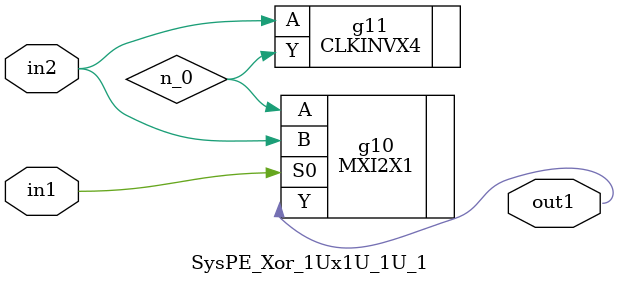
<source format=v>
`timescale 1ps / 1ps


module SysPE_Xor_1Ux1U_1U_1(in2, in1, out1);
  input in2, in1;
  output out1;
  wire in2, in1;
  wire out1;
  wire n_0;
  MXI2X1 g10(.A (n_0), .B (in2), .S0 (in1), .Y (out1));
  CLKINVX4 g11(.A (in2), .Y (n_0));
endmodule



</source>
